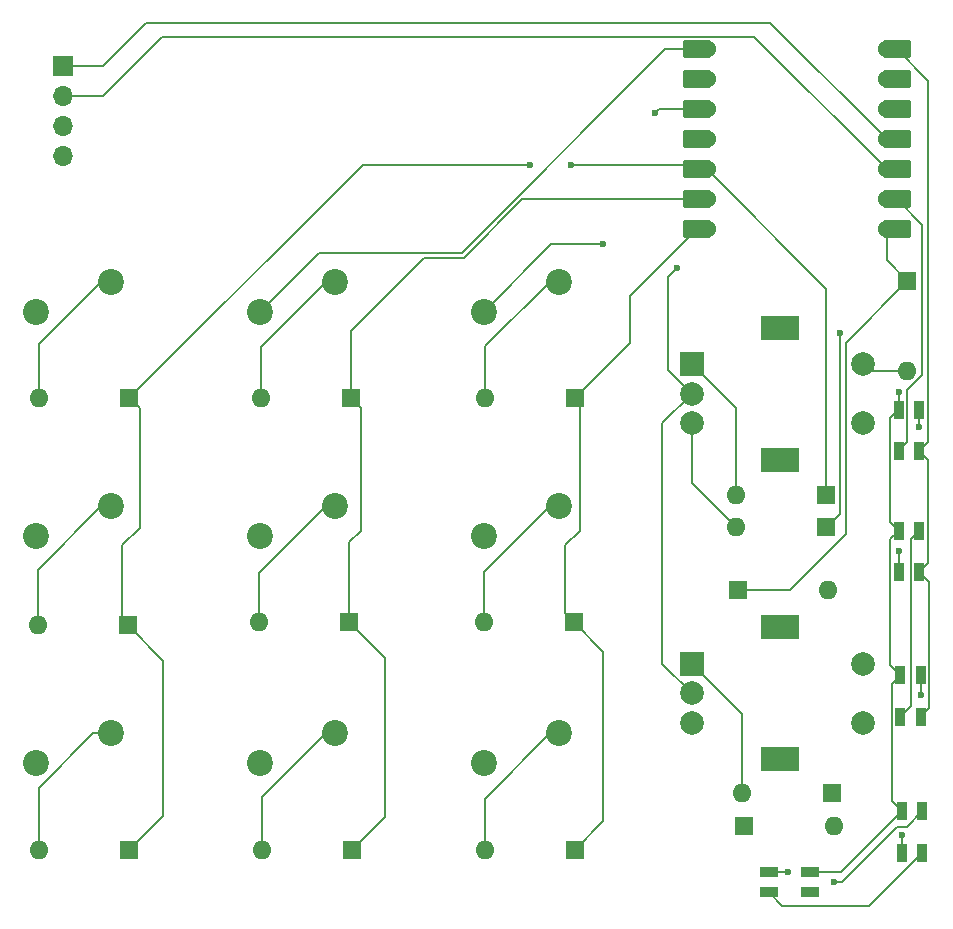
<source format=gbr>
%TF.GenerationSoftware,KiCad,Pcbnew,8.0.6*%
%TF.CreationDate,2026-01-30T19:09:08+01:00*%
%TF.ProjectId,keyboard,6b657962-6f61-4726-942e-6b696361645f,rev?*%
%TF.SameCoordinates,Original*%
%TF.FileFunction,Copper,L1,Top*%
%TF.FilePolarity,Positive*%
%FSLAX46Y46*%
G04 Gerber Fmt 4.6, Leading zero omitted, Abs format (unit mm)*
G04 Created by KiCad (PCBNEW 8.0.6) date 2026-01-30 19:09:08*
%MOMM*%
%LPD*%
G01*
G04 APERTURE LIST*
G04 Aperture macros list*
%AMRoundRect*
0 Rectangle with rounded corners*
0 $1 Rounding radius*
0 $2 $3 $4 $5 $6 $7 $8 $9 X,Y pos of 4 corners*
0 Add a 4 corners polygon primitive as box body*
4,1,4,$2,$3,$4,$5,$6,$7,$8,$9,$2,$3,0*
0 Add four circle primitives for the rounded corners*
1,1,$1+$1,$2,$3*
1,1,$1+$1,$4,$5*
1,1,$1+$1,$6,$7*
1,1,$1+$1,$8,$9*
0 Add four rect primitives between the rounded corners*
20,1,$1+$1,$2,$3,$4,$5,0*
20,1,$1+$1,$4,$5,$6,$7,0*
20,1,$1+$1,$6,$7,$8,$9,0*
20,1,$1+$1,$8,$9,$2,$3,0*%
G04 Aperture macros list end*
%TA.AperFunction,ComponentPad*%
%ADD10O,1.700000X1.700000*%
%TD*%
%TA.AperFunction,ComponentPad*%
%ADD11R,1.700000X1.700000*%
%TD*%
%TA.AperFunction,SMDPad,CuDef*%
%ADD12RoundRect,0.152400X1.063600X0.609600X-1.063600X0.609600X-1.063600X-0.609600X1.063600X-0.609600X0*%
%TD*%
%TA.AperFunction,ComponentPad*%
%ADD13C,1.524000*%
%TD*%
%TA.AperFunction,SMDPad,CuDef*%
%ADD14RoundRect,0.152400X-1.063600X-0.609600X1.063600X-0.609600X1.063600X0.609600X-1.063600X0.609600X0*%
%TD*%
%TA.AperFunction,ComponentPad*%
%ADD15R,2.000000X2.000000*%
%TD*%
%TA.AperFunction,ComponentPad*%
%ADD16C,2.000000*%
%TD*%
%TA.AperFunction,ComponentPad*%
%ADD17R,3.200000X2.000000*%
%TD*%
%TA.AperFunction,ComponentPad*%
%ADD18C,2.200000*%
%TD*%
%TA.AperFunction,SMDPad,CuDef*%
%ADD19R,1.600000X0.850000*%
%TD*%
%TA.AperFunction,SMDPad,CuDef*%
%ADD20R,0.850000X1.600000*%
%TD*%
%TA.AperFunction,ComponentPad*%
%ADD21R,1.600000X1.600000*%
%TD*%
%TA.AperFunction,ComponentPad*%
%ADD22O,1.600000X1.600000*%
%TD*%
%TA.AperFunction,ViaPad*%
%ADD23C,0.600000*%
%TD*%
%TA.AperFunction,Conductor*%
%ADD24C,0.200000*%
%TD*%
G04 APERTURE END LIST*
D10*
%TO.P,J1,4,Pin_4*%
%TO.N,GND*%
X128000000Y-36500000D03*
%TO.P,J1,3,Pin_3*%
%TO.N,3V3*%
X128000000Y-33960000D03*
%TO.P,J1,2,Pin_2*%
%TO.N,SCL*%
X128000000Y-31420000D03*
D11*
%TO.P,J1,1,Pin_1*%
%TO.N,SDA*%
X128000000Y-28880000D03*
%TD*%
D12*
%TO.P,U1,1,GPIO26/ADC0/A0*%
%TO.N,C1*%
X181665000Y-27510000D03*
D13*
X182500000Y-27510000D03*
D12*
%TO.P,U1,2,GPIO27/ADC1/A1*%
%TO.N,C2*%
X181665000Y-30050000D03*
D13*
X182500000Y-30050000D03*
D12*
%TO.P,U1,3,GPIO28/ADC2/A2*%
%TO.N,C3*%
X181665000Y-32590000D03*
D13*
X182500000Y-32590000D03*
D12*
%TO.P,U1,4,GPIO29/ADC3/A3*%
%TO.N,C4*%
X181665000Y-35130000D03*
D13*
X182500000Y-35130000D03*
D12*
%TO.P,U1,5,GPIO6/SDA*%
%TO.N,R1*%
X181665000Y-37670000D03*
D13*
X182500000Y-37670000D03*
D12*
%TO.P,U1,6,GPIO7/SCL*%
%TO.N,R2*%
X181665000Y-40210000D03*
D13*
X182500000Y-40210000D03*
D12*
%TO.P,U1,7,GPIO0/TX*%
%TO.N,R3*%
X181665000Y-42750000D03*
D13*
X182500000Y-42750000D03*
%TO.P,U1,8,GPIO1/RX*%
%TO.N,R4*%
X197740000Y-42750000D03*
D14*
X198575000Y-42750000D03*
D13*
%TO.P,U1,9,GPIO2/SCK*%
%TO.N,SCK*%
X197740000Y-40210000D03*
D14*
X198575000Y-40210000D03*
D13*
%TO.P,U1,10,GPIO4/MISO*%
%TO.N,SCL*%
X197740000Y-37670000D03*
D14*
X198575000Y-37670000D03*
D13*
%TO.P,U1,11,GPIO3/MOSI*%
%TO.N,SDA*%
X197740000Y-35130000D03*
D14*
X198575000Y-35130000D03*
D13*
%TO.P,U1,12,3V3*%
%TO.N,3V3*%
X197740000Y-32590000D03*
D14*
X198575000Y-32590000D03*
D13*
%TO.P,U1,13,GND*%
%TO.N,GND*%
X197740000Y-30050000D03*
D14*
X198575000Y-30050000D03*
D13*
%TO.P,U1,14,VBUS*%
%TO.N,5V*%
X197740000Y-27510000D03*
D14*
X198575000Y-27510000D03*
%TD*%
D15*
%TO.P,SW11,A,A*%
%TO.N,Net-(D13-A)*%
X181250000Y-79500000D03*
D16*
%TO.P,SW11,B,B*%
%TO.N,Net-(D14-A)*%
X181250000Y-84500000D03*
%TO.P,SW11,C,C*%
%TO.N,C4*%
X181250000Y-82000000D03*
D17*
%TO.P,SW11,MP*%
%TO.N,N/C*%
X188750000Y-76400000D03*
X188750000Y-87600000D03*
D16*
%TO.P,SW11,S1,S1*%
%TO.N,C2*%
X195750000Y-84500000D03*
%TO.P,SW11,S2,S2*%
%TO.N,Net-(D15-A)*%
X195750000Y-79500000D03*
%TD*%
D18*
%TO.P,SW10,1,1*%
%TO.N,Net-(D4-A)*%
X170000000Y-85420000D03*
%TO.P,SW10,2,2*%
%TO.N,C3*%
X163650000Y-87960000D03*
%TD*%
%TO.P,SW9,1,1*%
%TO.N,Net-(D5-A)*%
X170000000Y-66170000D03*
%TO.P,SW9,2,2*%
%TO.N,C2*%
X163650000Y-68710000D03*
%TD*%
%TO.P,SW8,1,1*%
%TO.N,Net-(D6-A)*%
X170000000Y-47170000D03*
%TO.P,SW8,2,2*%
%TO.N,C1*%
X163650000Y-49710000D03*
%TD*%
%TO.P,SW7,1,1*%
%TO.N,Net-(D3-A)*%
X151040000Y-85420000D03*
%TO.P,SW7,2,2*%
%TO.N,C3*%
X144690000Y-87960000D03*
%TD*%
%TO.P,SW6,1,1*%
%TO.N,Net-(D8-A)*%
X151040000Y-66170000D03*
%TO.P,SW6,2,2*%
%TO.N,C2*%
X144690000Y-68710000D03*
%TD*%
%TO.P,SW5,1,1*%
%TO.N,Net-(D7-A)*%
X151040000Y-47170000D03*
%TO.P,SW5,2,2*%
%TO.N,C1*%
X144690000Y-49710000D03*
%TD*%
%TO.P,SW4,1,1*%
%TO.N,Net-(D2-A)*%
X132040000Y-85420000D03*
%TO.P,SW4,2,2*%
%TO.N,C3*%
X125690000Y-87960000D03*
%TD*%
%TO.P,SW3,1,1*%
%TO.N,Net-(D1-A)*%
X132040000Y-66170000D03*
%TO.P,SW3,2,2*%
%TO.N,C2*%
X125690000Y-68710000D03*
%TD*%
%TO.P,SW2,1,1*%
%TO.N,Net-(D9-A)*%
X132040000Y-47170000D03*
%TO.P,SW2,2,2*%
%TO.N,C1*%
X125690000Y-49710000D03*
%TD*%
D16*
%TO.P,SW1,S2,S2*%
%TO.N,Net-(D12-A)*%
X195750000Y-54150000D03*
%TO.P,SW1,S1,S1*%
%TO.N,C1*%
X195750000Y-59150000D03*
D17*
%TO.P,SW1,MP*%
%TO.N,N/C*%
X188750000Y-62250000D03*
X188750000Y-51050000D03*
D16*
%TO.P,SW1,C,C*%
%TO.N,C4*%
X181250000Y-56650000D03*
%TO.P,SW1,B,B*%
%TO.N,Net-(D11-A)*%
X181250000Y-59150000D03*
D15*
%TO.P,SW1,A,A*%
%TO.N,Net-(D10-A)*%
X181250000Y-54150000D03*
%TD*%
D19*
%TO.P,D20,1,DOUT*%
%TO.N,Net-(D20-DOUT)*%
X191250000Y-98875000D03*
%TO.P,D20,2,VSS*%
%TO.N,GND*%
X191250000Y-97125000D03*
%TO.P,D20,3,DIN*%
%TO.N,Net-(D19-DOUT)*%
X187750000Y-97125000D03*
%TO.P,D20,4,VDD*%
%TO.N,5V*%
X187750000Y-98875000D03*
%TD*%
D20*
%TO.P,D19,1,DOUT*%
%TO.N,Net-(D19-DOUT)*%
X200750000Y-92000000D03*
%TO.P,D19,2,VSS*%
%TO.N,GND*%
X199000000Y-92000000D03*
%TO.P,D19,3,DIN*%
%TO.N,Net-(D18-DOUT)*%
X199000000Y-95500000D03*
%TO.P,D19,4,VDD*%
%TO.N,5V*%
X200750000Y-95500000D03*
%TD*%
%TO.P,D18,1,DOUT*%
%TO.N,Net-(D18-DOUT)*%
X200625000Y-80500000D03*
%TO.P,D18,2,VSS*%
%TO.N,GND*%
X198875000Y-80500000D03*
%TO.P,D18,3,DIN*%
%TO.N,Net-(D17-DOUT)*%
X198875000Y-84000000D03*
%TO.P,D18,4,VDD*%
%TO.N,5V*%
X200625000Y-84000000D03*
%TD*%
%TO.P,D17,4,VDD*%
%TO.N,5V*%
X200500000Y-71750000D03*
%TO.P,D17,3,DIN*%
%TO.N,Net-(D16-DOUT)*%
X198750000Y-71750000D03*
%TO.P,D17,2,VSS*%
%TO.N,GND*%
X198750000Y-68250000D03*
%TO.P,D17,1,DOUT*%
%TO.N,Net-(D17-DOUT)*%
X200500000Y-68250000D03*
%TD*%
%TO.P,D16,1,DOUT*%
%TO.N,Net-(D16-DOUT)*%
X200500000Y-58000000D03*
%TO.P,D16,2,VSS*%
%TO.N,GND*%
X198750000Y-58000000D03*
%TO.P,D16,3,DIN*%
%TO.N,SCK*%
X198750000Y-61500000D03*
%TO.P,D16,4,VDD*%
%TO.N,5V*%
X200500000Y-61500000D03*
%TD*%
D21*
%TO.P,D15,1,K*%
%TO.N,R4*%
X185130000Y-73250000D03*
D22*
%TO.P,D15,2,A*%
%TO.N,Net-(D15-A)*%
X192750000Y-73250000D03*
%TD*%
D21*
%TO.P,D14,1,K*%
%TO.N,R3*%
X185630000Y-93250000D03*
D22*
%TO.P,D14,2,A*%
%TO.N,Net-(D14-A)*%
X193250000Y-93250000D03*
%TD*%
D21*
%TO.P,D13,1,K*%
%TO.N,R4*%
X193120000Y-90500000D03*
D22*
%TO.P,D13,2,A*%
%TO.N,Net-(D13-A)*%
X185500000Y-90500000D03*
%TD*%
D21*
%TO.P,D12,1,K*%
%TO.N,R4*%
X199500000Y-47130000D03*
D22*
%TO.P,D12,2,A*%
%TO.N,Net-(D12-A)*%
X199500000Y-54750000D03*
%TD*%
D21*
%TO.P,D11,1,K*%
%TO.N,R2*%
X192631546Y-67971381D03*
D22*
%TO.P,D11,2,A*%
%TO.N,Net-(D11-A)*%
X185011546Y-67971381D03*
%TD*%
D21*
%TO.P,D10,1,K*%
%TO.N,R1*%
X192620000Y-65250000D03*
D22*
%TO.P,D10,2,A*%
%TO.N,Net-(D10-A)*%
X185000000Y-65250000D03*
%TD*%
D21*
%TO.P,D9,1,K*%
%TO.N,R1*%
X133620000Y-57000000D03*
D22*
%TO.P,D9,2,A*%
%TO.N,Net-(D9-A)*%
X126000000Y-57000000D03*
%TD*%
D21*
%TO.P,D8,1,K*%
%TO.N,R2*%
X152250000Y-76000000D03*
D22*
%TO.P,D8,2,A*%
%TO.N,Net-(D8-A)*%
X144630000Y-76000000D03*
%TD*%
D21*
%TO.P,D7,1,K*%
%TO.N,R2*%
X152370000Y-57000000D03*
D22*
%TO.P,D7,2,A*%
%TO.N,Net-(D7-A)*%
X144750000Y-57000000D03*
%TD*%
D21*
%TO.P,D6,1,K*%
%TO.N,R3*%
X171370000Y-57000000D03*
D22*
%TO.P,D6,2,A*%
%TO.N,Net-(D6-A)*%
X163750000Y-57000000D03*
%TD*%
D21*
%TO.P,D5,1,K*%
%TO.N,R3*%
X171250000Y-76000000D03*
D22*
%TO.P,D5,2,A*%
%TO.N,Net-(D5-A)*%
X163630000Y-76000000D03*
%TD*%
D21*
%TO.P,D4,1,K*%
%TO.N,R3*%
X171310000Y-95250000D03*
D22*
%TO.P,D4,2,A*%
%TO.N,Net-(D4-A)*%
X163690000Y-95250000D03*
%TD*%
D21*
%TO.P,D3,1,K*%
%TO.N,R2*%
X152500000Y-95250000D03*
D22*
%TO.P,D3,2,A*%
%TO.N,Net-(D3-A)*%
X144880000Y-95250000D03*
%TD*%
D21*
%TO.P,D2,1,K*%
%TO.N,R1*%
X133620000Y-95250000D03*
D22*
%TO.P,D2,2,A*%
%TO.N,Net-(D2-A)*%
X126000000Y-95250000D03*
%TD*%
D21*
%TO.P,D1,1,K*%
%TO.N,R1*%
X133500000Y-76250000D03*
D22*
%TO.P,D1,2,A*%
%TO.N,Net-(D1-A)*%
X125880000Y-76250000D03*
%TD*%
D23*
%TO.N,Net-(D19-DOUT)*%
X189375000Y-97125000D03*
X193250000Y-98000000D03*
%TO.N,GND*%
X198750000Y-56500000D03*
%TO.N,Net-(D16-DOUT)*%
X200500000Y-59500000D03*
X198750000Y-70000000D03*
%TO.N,Net-(D18-DOUT)*%
X199000000Y-94000000D03*
X200625000Y-82125000D03*
%TO.N,R1*%
X171000000Y-37250000D03*
X167500000Y-37250000D03*
%TO.N,C4*%
X180000000Y-46000000D03*
%TO.N,C1*%
X173750000Y-44000000D03*
%TO.N,R2*%
X193750000Y-51500000D03*
%TO.N,C3*%
X178149052Y-32899052D03*
%TD*%
D24*
%TO.N,SDA*%
X187860000Y-25250000D02*
X197740000Y-35130000D01*
X135000000Y-25250000D02*
X187860000Y-25250000D01*
X131370000Y-28880000D02*
X135000000Y-25250000D01*
X128000000Y-28880000D02*
X131370000Y-28880000D01*
%TO.N,SCL*%
X131370000Y-31420000D02*
X128000000Y-31420000D01*
X136342000Y-26448000D02*
X131370000Y-31420000D01*
X186518000Y-26448000D02*
X136342000Y-26448000D01*
X197740000Y-37670000D02*
X186518000Y-26448000D01*
%TO.N,R2*%
X158600000Y-45150000D02*
X161915686Y-45150000D01*
X166855686Y-40210000D02*
X181665000Y-40210000D01*
X152370000Y-51380000D02*
X158600000Y-45150000D01*
X161915686Y-45150000D02*
X166855686Y-40210000D01*
X152370000Y-57000000D02*
X152370000Y-51380000D01*
X155250000Y-79000000D02*
X152250000Y-76000000D01*
X155250000Y-92500000D02*
X155250000Y-79000000D01*
X152500000Y-95250000D02*
X155250000Y-92500000D01*
%TO.N,Net-(D19-DOUT)*%
X189375000Y-97125000D02*
X187750000Y-97125000D01*
X198628595Y-93321405D02*
X193950000Y-98000000D01*
X199428595Y-93321405D02*
X198628595Y-93321405D01*
X193950000Y-98000000D02*
X193250000Y-98000000D01*
X200750000Y-92000000D02*
X199428595Y-93321405D01*
%TO.N,5V*%
X201250000Y-30185000D02*
X198575000Y-27510000D01*
X201250000Y-60750000D02*
X201250000Y-30185000D01*
X200500000Y-61500000D02*
X201250000Y-60750000D01*
%TO.N,GND*%
X198750000Y-58000000D02*
X198750000Y-56500000D01*
%TO.N,SCK*%
X200750000Y-42385000D02*
X198575000Y-40210000D01*
X200750000Y-55055635D02*
X200750000Y-42385000D01*
X199475000Y-56330635D02*
X200750000Y-55055635D01*
X199475000Y-60775000D02*
X199475000Y-56330635D01*
X198750000Y-61500000D02*
X199475000Y-60775000D01*
%TO.N,GND*%
X198025000Y-67525000D02*
X198750000Y-68250000D01*
X198025000Y-58713478D02*
X198025000Y-67525000D01*
X198738478Y-58000000D02*
X198025000Y-58713478D01*
X198750000Y-58000000D02*
X198738478Y-58000000D01*
%TO.N,5V*%
X201225000Y-71025000D02*
X200500000Y-71750000D01*
X201225000Y-62225000D02*
X201225000Y-71025000D01*
X200500000Y-61500000D02*
X201225000Y-62225000D01*
%TO.N,Net-(D16-DOUT)*%
X200500000Y-58000000D02*
X200500000Y-59500000D01*
X198750000Y-71750000D02*
X198750000Y-70000000D01*
%TO.N,GND*%
X198150000Y-81225000D02*
X198875000Y-80500000D01*
X198150000Y-91150000D02*
X198150000Y-81225000D01*
X199000000Y-92000000D02*
X198150000Y-91150000D01*
%TO.N,Net-(D18-DOUT)*%
X199000000Y-94000000D02*
X199000000Y-95500000D01*
X200625000Y-80500000D02*
X200625000Y-82125000D01*
%TO.N,5V*%
X188875000Y-100000000D02*
X187750000Y-98875000D01*
X196250000Y-100000000D02*
X188875000Y-100000000D01*
X200750000Y-95500000D02*
X196250000Y-100000000D01*
%TO.N,GND*%
X193875000Y-97125000D02*
X199000000Y-92000000D01*
X191250000Y-97125000D02*
X193875000Y-97125000D01*
%TO.N,5V*%
X201350000Y-72600000D02*
X200500000Y-71750000D01*
X201350000Y-83275000D02*
X201350000Y-72600000D01*
X200625000Y-84000000D02*
X201350000Y-83275000D01*
%TO.N,Net-(D17-DOUT)*%
X199775000Y-83100000D02*
X198875000Y-84000000D01*
X199775000Y-68975000D02*
X199775000Y-83100000D01*
X200500000Y-68250000D02*
X199775000Y-68975000D01*
%TO.N,GND*%
X198025000Y-68975000D02*
X198750000Y-68250000D01*
X198025000Y-79650000D02*
X198025000Y-68975000D01*
X198875000Y-80500000D02*
X198025000Y-79650000D01*
%TO.N,R1*%
X181245000Y-37250000D02*
X181665000Y-37670000D01*
X171000000Y-37250000D02*
X181245000Y-37250000D01*
X153370000Y-37250000D02*
X167500000Y-37250000D01*
X133620000Y-57000000D02*
X153370000Y-37250000D01*
%TO.N,C4*%
X179250000Y-54650000D02*
X179250000Y-46750000D01*
X181250000Y-56650000D02*
X179250000Y-54650000D01*
X179250000Y-46750000D02*
X180000000Y-46000000D01*
X180000000Y-46000000D02*
X179950000Y-46050000D01*
%TO.N,R4*%
X194297808Y-52332192D02*
X199500000Y-47130000D01*
X194297808Y-68505119D02*
X194297808Y-52332192D01*
X185130000Y-73250000D02*
X189552927Y-73250000D01*
X189552927Y-73250000D02*
X194297808Y-68505119D01*
%TO.N,C1*%
X169360000Y-44000000D02*
X173750000Y-44000000D01*
X163650000Y-49710000D02*
X169360000Y-44000000D01*
X149650000Y-44750000D02*
X144690000Y-49710000D01*
X161750000Y-44750000D02*
X149650000Y-44750000D01*
X178990000Y-27510000D02*
X161750000Y-44750000D01*
X182500000Y-27510000D02*
X178990000Y-27510000D01*
%TO.N,C3*%
X178458104Y-32590000D02*
X178149052Y-32899052D01*
X181665000Y-32590000D02*
X178458104Y-32590000D01*
%TO.N,R3*%
X171750000Y-68250000D02*
X171750000Y-57380000D01*
X171750000Y-57380000D02*
X171370000Y-57000000D01*
X170500000Y-69500000D02*
X171750000Y-68250000D01*
X171250000Y-76000000D02*
X170500000Y-75250000D01*
X170500000Y-75250000D02*
X170500000Y-69500000D01*
%TO.N,C4*%
X178750000Y-59150000D02*
X181250000Y-56650000D01*
X178750000Y-79500000D02*
X178750000Y-59150000D01*
X181250000Y-82000000D02*
X178750000Y-79500000D01*
%TO.N,Net-(D13-A)*%
X185500000Y-83750000D02*
X185500000Y-90500000D01*
X181250000Y-79500000D02*
X185500000Y-83750000D01*
%TO.N,R2*%
X193750000Y-66852927D02*
X193750000Y-51500000D01*
X192631546Y-67971381D02*
X193750000Y-66852927D01*
%TO.N,R1*%
X192620000Y-47790000D02*
X182500000Y-37670000D01*
X192620000Y-65250000D02*
X192620000Y-47790000D01*
%TO.N,Net-(D11-A)*%
X181250000Y-64209835D02*
X185011546Y-67971381D01*
X181250000Y-59150000D02*
X181250000Y-64209835D01*
%TO.N,Net-(D10-A)*%
X185000000Y-57900000D02*
X185000000Y-65250000D01*
X181250000Y-54150000D02*
X185000000Y-57900000D01*
%TO.N,Net-(D12-A)*%
X199500000Y-54750000D02*
X196350000Y-54750000D01*
X196350000Y-54750000D02*
X195750000Y-54150000D01*
%TO.N,R4*%
X197740000Y-45370000D02*
X199500000Y-47130000D01*
X197740000Y-42750000D02*
X197740000Y-45370000D01*
%TO.N,Net-(D1-A)*%
X125880000Y-71546598D02*
X131256598Y-66170000D01*
X131256598Y-66170000D02*
X132040000Y-66170000D01*
X125880000Y-76250000D02*
X125880000Y-71546598D01*
%TO.N,R1*%
X133000000Y-69500000D02*
X133000000Y-75750000D01*
X133000000Y-75750000D02*
X133500000Y-76250000D01*
X134500000Y-57880000D02*
X134500000Y-68000000D01*
X134500000Y-68000000D02*
X133000000Y-69500000D01*
X133620000Y-57000000D02*
X134500000Y-57880000D01*
%TO.N,R2*%
X153250000Y-68250000D02*
X153250000Y-57880000D01*
X152250000Y-69250000D02*
X153250000Y-68250000D01*
X153250000Y-57880000D02*
X152370000Y-57000000D01*
X152250000Y-76000000D02*
X152250000Y-69250000D01*
%TO.N,R1*%
X136500000Y-79250000D02*
X133500000Y-76250000D01*
X136500000Y-92370000D02*
X136500000Y-79250000D01*
X133620000Y-95250000D02*
X136500000Y-92370000D01*
%TO.N,Net-(D9-A)*%
X126000000Y-52426598D02*
X126000000Y-57000000D01*
X131256598Y-47170000D02*
X126000000Y-52426598D01*
X132040000Y-47170000D02*
X131256598Y-47170000D01*
%TO.N,Net-(D8-A)*%
X150256598Y-66170000D02*
X151040000Y-66170000D01*
X144630000Y-71796598D02*
X150256598Y-66170000D01*
X144630000Y-76000000D02*
X144630000Y-71796598D01*
%TO.N,Net-(D7-A)*%
X144750000Y-52676598D02*
X144750000Y-57000000D01*
X150256598Y-47170000D02*
X144750000Y-52676598D01*
X151040000Y-47170000D02*
X150256598Y-47170000D01*
%TO.N,R3*%
X176000000Y-48415000D02*
X181665000Y-42750000D01*
X176000000Y-52370000D02*
X176000000Y-48415000D01*
X171370000Y-57000000D02*
X176000000Y-52370000D01*
%TO.N,Net-(D6-A)*%
X163750000Y-52636598D02*
X163750000Y-57000000D01*
X169216598Y-47170000D02*
X163750000Y-52636598D01*
X170000000Y-47170000D02*
X169216598Y-47170000D01*
%TO.N,Net-(D3-A)*%
X150256598Y-85420000D02*
X144880000Y-90796598D01*
X144880000Y-90796598D02*
X144880000Y-95250000D01*
X151040000Y-85420000D02*
X150256598Y-85420000D01*
%TO.N,Net-(D4-A)*%
X163690000Y-90946598D02*
X163690000Y-95250000D01*
X169216598Y-85420000D02*
X163690000Y-90946598D01*
X170000000Y-85420000D02*
X169216598Y-85420000D01*
%TO.N,R3*%
X173740000Y-92820000D02*
X171310000Y-95250000D01*
X173740000Y-78490000D02*
X173740000Y-92820000D01*
X171250000Y-76000000D02*
X173740000Y-78490000D01*
%TO.N,Net-(D5-A)*%
X169216598Y-66170000D02*
X163630000Y-71756598D01*
X170000000Y-66170000D02*
X169216598Y-66170000D01*
X163630000Y-71756598D02*
X163630000Y-76000000D01*
%TO.N,Net-(D2-A)*%
X130580000Y-85420000D02*
X126000000Y-90000000D01*
X132040000Y-85420000D02*
X130580000Y-85420000D01*
X126000000Y-90000000D02*
X126000000Y-95250000D01*
%TD*%
M02*

</source>
